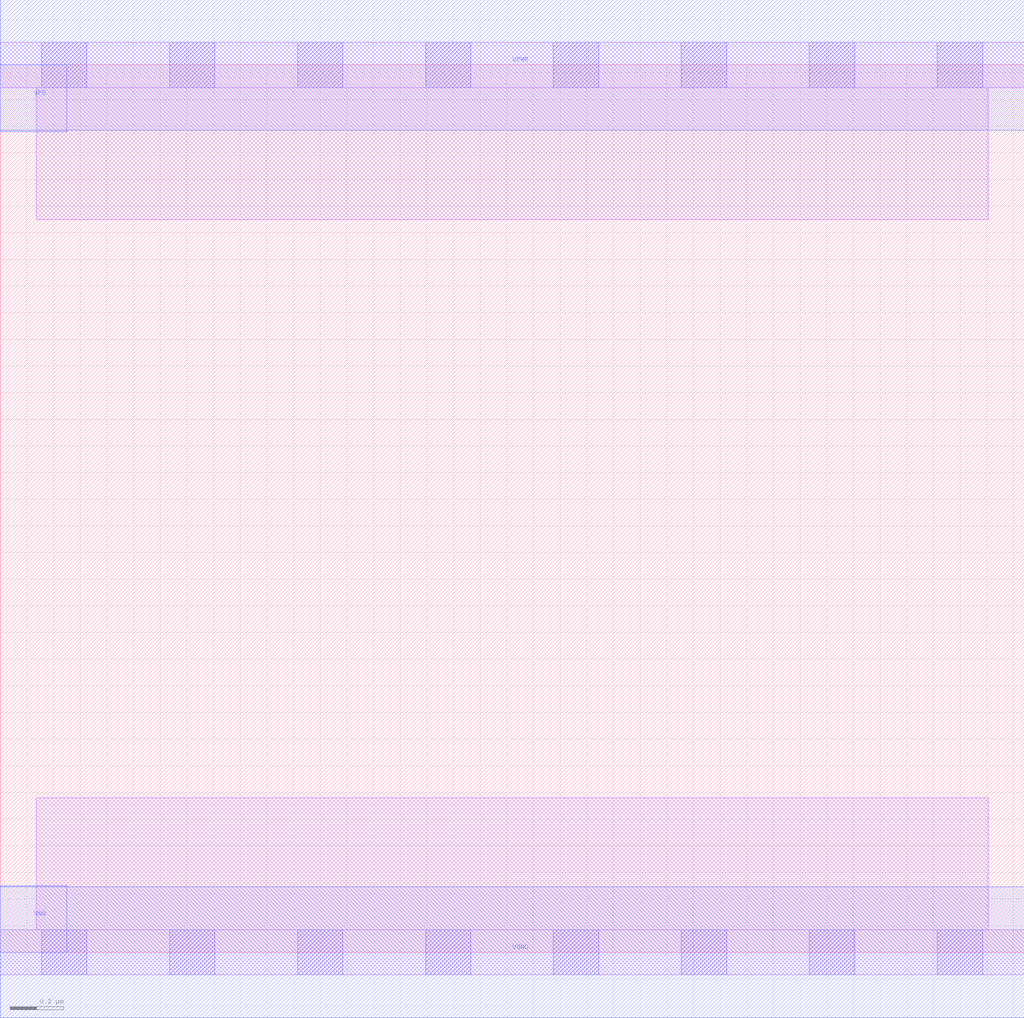
<source format=lef>
# Copyright 2020 The SkyWater PDK Authors
#
# Licensed under the Apache License, Version 2.0 (the "License");
# you may not use this file except in compliance with the License.
# You may obtain a copy of the License at
#
#     https://www.apache.org/licenses/LICENSE-2.0
#
# Unless required by applicable law or agreed to in writing, software
# distributed under the License is distributed on an "AS IS" BASIS,
# WITHOUT WARRANTIES OR CONDITIONS OF ANY KIND, either express or implied.
# See the License for the specific language governing permissions and
# limitations under the License.
#
# SPDX-License-Identifier: Apache-2.0

VERSION 5.5 ;
NAMESCASESENSITIVE ON ;
BUSBITCHARS "[]" ;
DIVIDERCHAR "/" ;
MACRO sky130_fd_sc_ms__fill_diode_8
  CLASS CORE ;
  SOURCE USER ;
  ORIGIN  0.000000  0.000000 ;
  SIZE  3.840000 BY  3.330000 ;
  SYMMETRY X Y ;
  SITE unit ;
  PIN VGND
    DIRECTION INOUT ;
    USE GROUND ;
    PORT
      LAYER met1 ;
        RECT 0.000000 -0.245000 3.840000 0.245000 ;
    END
  END VGND
  PIN VNB
    DIRECTION INOUT ;
    USE GROUND ;
    PORT
      LAYER met1 ;
        RECT 0.000000 0.000000 0.250000 0.250000 ;
    END
  END VNB
  PIN VPB
    DIRECTION INOUT ;
    USE POWER ;
    PORT
      LAYER met1 ;
        RECT 0.000000 3.080000 0.250000 3.330000 ;
    END
  END VPB
  PIN VPWR
    DIRECTION INOUT ;
    USE POWER ;
    PORT
      LAYER met1 ;
        RECT 0.000000 3.085000 3.840000 3.575000 ;
    END
  END VPWR
  OBS
    LAYER li1 ;
      RECT 0.000000 -0.085000 3.840000 0.085000 ;
      RECT 0.000000  3.245000 3.840000 3.415000 ;
      RECT 0.135000  0.085000 3.705000 0.580000 ;
      RECT 0.135000  2.750000 3.705000 3.245000 ;
    LAYER mcon ;
      RECT 0.155000 -0.085000 0.325000 0.085000 ;
      RECT 0.155000  3.245000 0.325000 3.415000 ;
      RECT 0.635000 -0.085000 0.805000 0.085000 ;
      RECT 0.635000  3.245000 0.805000 3.415000 ;
      RECT 1.115000 -0.085000 1.285000 0.085000 ;
      RECT 1.115000  3.245000 1.285000 3.415000 ;
      RECT 1.595000 -0.085000 1.765000 0.085000 ;
      RECT 1.595000  3.245000 1.765000 3.415000 ;
      RECT 2.075000 -0.085000 2.245000 0.085000 ;
      RECT 2.075000  3.245000 2.245000 3.415000 ;
      RECT 2.555000 -0.085000 2.725000 0.085000 ;
      RECT 2.555000  3.245000 2.725000 3.415000 ;
      RECT 3.035000 -0.085000 3.205000 0.085000 ;
      RECT 3.035000  3.245000 3.205000 3.415000 ;
      RECT 3.515000 -0.085000 3.685000 0.085000 ;
      RECT 3.515000  3.245000 3.685000 3.415000 ;
  END
END sky130_fd_sc_ms__fill_diode_8
END LIBRARY

</source>
